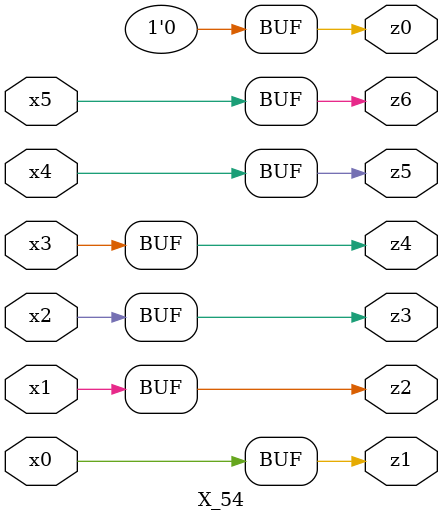
<source format=v>

module X_54 ( 
    x0, x1, x2, x3, x4, x5,
    z0, z1, z2, z3, z4, z5, z6  );
  input  x0, x1, x2, x3, x4, x5;
  output z0, z1, z2, z3, z4, z5, z6;
  assign z0 = 1'b0;
  assign z1 = x0;
  assign z2 = x1;
  assign z3 = x2;
  assign z4 = x3;
  assign z5 = x4;
  assign z6 = x5;
endmodule



</source>
